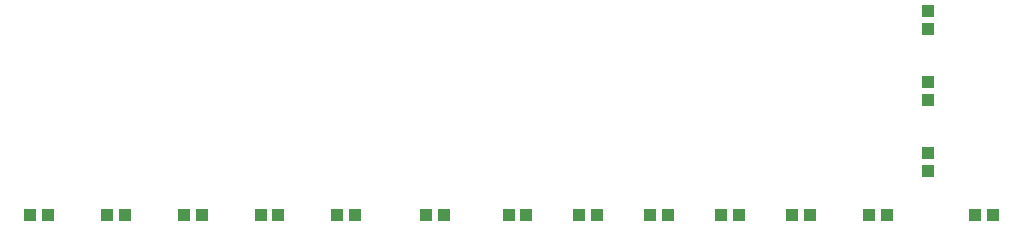
<source format=gbr>
%TF.GenerationSoftware,KiCad,Pcbnew,(5.99.0-10155-gdd944794ea)*%
%TF.CreationDate,2021-04-17T22:56:48+01:00*%
%TF.ProjectId,minor-cap,6d696e6f-722d-4636-9170-2e6b69636164,rev?*%
%TF.SameCoordinates,Original*%
%TF.FileFunction,Paste,Bot*%
%TF.FilePolarity,Positive*%
%FSLAX46Y46*%
G04 Gerber Fmt 4.6, Leading zero omitted, Abs format (unit mm)*
G04 Created by KiCad (PCBNEW (5.99.0-10155-gdd944794ea)) date 2021-04-17 22:56:48*
%MOMM*%
%LPD*%
G01*
G04 APERTURE LIST*
%ADD10R,1.000000X1.000000*%
G04 APERTURE END LIST*
D10*
%TO.C,U2*%
X166450000Y-109320000D03*
X114450000Y-109320000D03*
X154450000Y-109320000D03*
X141450000Y-109320000D03*
X178950000Y-109320000D03*
X127450000Y-109320000D03*
X160450000Y-109320000D03*
X120950000Y-109320000D03*
X187950000Y-109320000D03*
X133950000Y-109320000D03*
X148450000Y-109320000D03*
X107950000Y-109320000D03*
X172450000Y-109320000D03*
X186450000Y-109320000D03*
X177450000Y-109320000D03*
X170950000Y-109320000D03*
X164950000Y-109320000D03*
X158950000Y-109320000D03*
X146950000Y-109320000D03*
X152950000Y-109320000D03*
X139950000Y-109320000D03*
X132450000Y-109320000D03*
X119450000Y-109320000D03*
X125950000Y-109320000D03*
X106450000Y-109320000D03*
X112950000Y-109320000D03*
%TD*%
%TO.C,U3*%
X182450000Y-93600000D03*
X182450000Y-105600000D03*
X182450000Y-99600000D03*
X182450000Y-104100000D03*
X182450000Y-98100000D03*
X182450000Y-92100000D03*
%TD*%
M02*

</source>
